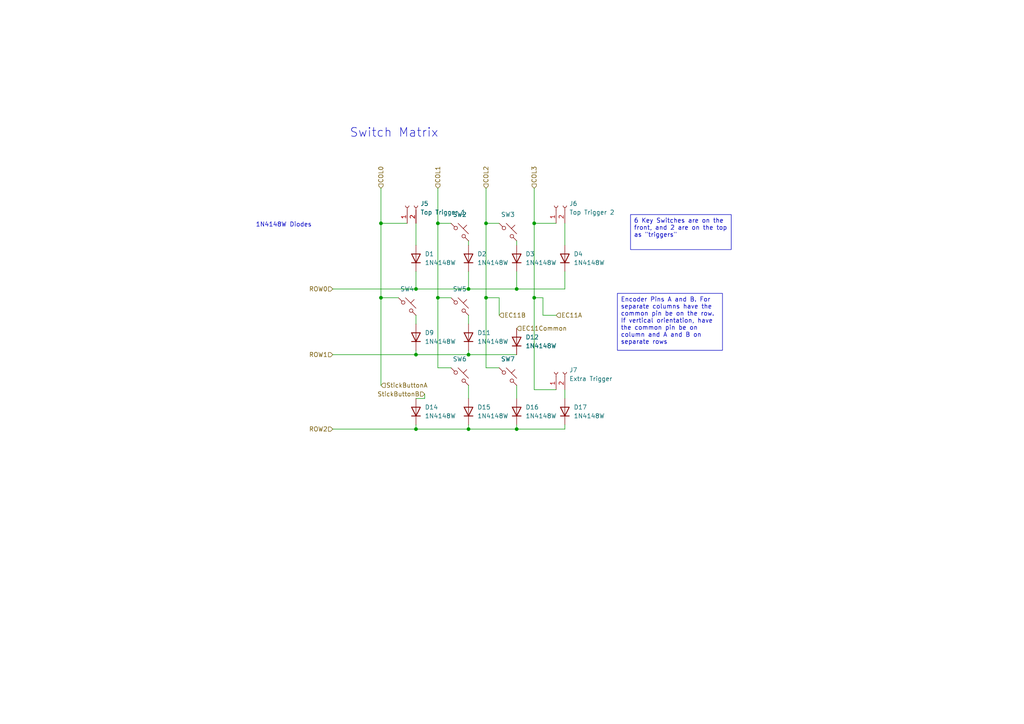
<source format=kicad_sch>
(kicad_sch (version 20231120) (generator "eeschema") (generator_version "8.0")
  (paper "A4")
  (lib_symbols
    (symbol "Connector:Conn_01x02_Socket" (pin_names (offset 1.016) hide)
      (property "Reference" "J" (at 0 2.54 0))
      (property "Value" "Conn_01x02_Socket" (at 0 -5.08 0))
      (symbol "Conn_01x02_Socket_1_1"
        (arc (start 0 -2.032) (mid -0.5058 -2.54) (end 0 -3.048) (stroke (width 0.1524)))
        (polyline (pts (xy -1.27 -2.54) (xy -0.508 -2.54)) (stroke (width 0.1524)))
        (polyline (pts (xy -1.27 0) (xy -0.508 0)) (stroke (width 0.1524)))
        (arc (start 0 0.508) (mid -0.5058 0) (end 0 -0.508) (stroke (width 0.1524)))
        (pin passive line (at -5.08 0 0) (length 3.81) (name "Pin_1") (number "1"))
        (pin passive line (at -5.08 -2.54 0) (length 3.81) (name "Pin_2") (number "2"))
      )
    )
    (symbol "Device:D" (pin_numbers hide) (pin_names (offset 1.016) hide)
      (property "Reference" "D" (at 0 2.54 0))
      (property "Value" "D" (at 0 -2.54 0))
      (symbol "D_0_1"
        (polyline (pts (xy -1.27 1.27) (xy -1.27 -1.27)) (stroke (width 0.254)))
        (polyline (pts (xy 1.27 0) (xy -1.27 0)))
        (polyline (pts (xy 1.27 1.27) (xy 1.27 -1.27) (xy -1.27 0) (xy 1.27 1.27)) (stroke (width 0.254)))
      )
      (symbol "D_1_1"
        (pin passive line (at -3.81 0 0) (length 2.54) (name "K") (number "1"))
        (pin passive line (at 3.81 0 180) (length 2.54) (name "A") (number "2"))
      )
    )
    (symbol "Switch:SW_Push_45deg" (pin_numbers hide) (pin_names (offset 1.016) hide)
      (property "Reference" "SW" (at 3.048 1.016 0))
      (property "Value" "SW_Push_45deg" (at 0 -3.81 0))
      (symbol "SW_Push_45deg_0_1"
        (circle (center -1.1684 1.1684) (radius 0.508))
        (polyline (pts (xy -0.508 2.54) (xy 2.54 -0.508)))
        (polyline (pts (xy 1.016 1.016) (xy 2.032 2.032)))
        (polyline (pts (xy -2.54 2.54) (xy -1.524 1.524) (xy -1.524 1.524)))
        (polyline (pts (xy 1.524 -1.524) (xy 2.54 -2.54) (xy 2.54 -2.54) (xy 2.54 -2.54)))
        (circle (center 1.143 -1.1938) (radius 0.508))
        (pin passive line (at -2.54 2.54 0) (length 0) (name "1") (number "1"))
        (pin passive line (at 2.54 -2.54 180) (length 0) (name "2") (number "2"))
      )
    )
  )
  (junction (at 127 64.77))
  (junction (at 140.97 64.77))
  (junction (at 120.65 102.87))
  (junction (at 149.86 83.82))
  (junction (at 110.49 86.36))
  (junction (at 135.89 124.46))
  (junction (at 135.89 102.87))
  (junction (at 127 86.36))
  (junction (at 154.94 64.77))
  (junction (at 120.65 83.82))
  (junction (at 154.94 86.36))
  (junction (at 120.65 124.46))
  (junction (at 135.89 83.82))
  (junction (at 149.86 124.46))
  (junction (at 110.49 64.77))
  (junction (at 140.97 86.36))
  (wire (pts (xy 149.86 124.46) (xy 163.83 124.46)))
  (wire (pts (xy 110.49 64.77) (xy 110.49 86.36)))
  (wire (pts (xy 149.86 78.74) (xy 149.86 83.82)))
  (wire (pts (xy 140.97 54.61) (xy 140.97 64.77)))
  (wire (pts (xy 110.49 86.36) (xy 115.57 86.36)))
  (wire (pts (xy 120.65 124.46) (xy 135.89 124.46)))
  (wire (pts (xy 135.89 91.44) (xy 135.89 93.98)))
  (wire (pts (xy 130.81 106.68) (xy 127 106.68)))
  (wire (pts (xy 120.65 101.6) (xy 120.65 102.87)))
  (wire (pts (xy 120.65 78.74) (xy 120.65 83.82)))
  (wire (pts (xy 163.83 78.74) (xy 163.83 83.82)))
  (wire (pts (xy 96.52 102.87) (xy 120.65 102.87)))
  (wire (pts (xy 120.65 64.77) (xy 120.65 71.12)))
  (wire (pts (xy 127 64.77) (xy 130.81 64.77)))
  (wire (pts (xy 157.48 86.36) (xy 157.48 91.44)))
  (wire (pts (xy 127 64.77) (xy 127 54.61)))
  (wire (pts (xy 96.52 124.46) (xy 120.65 124.46)))
  (wire (pts (xy 140.97 86.36) (xy 140.97 106.68)))
  (wire (pts (xy 154.94 54.61) (xy 154.94 64.77)))
  (wire (pts (xy 96.52 83.82) (xy 120.65 83.82)))
  (wire (pts (xy 135.89 111.76) (xy 135.89 115.57)))
  (wire (pts (xy 163.83 64.77) (xy 163.83 71.12)))
  (wire (pts (xy 163.83 115.57) (xy 163.83 113.03)))
  (wire (pts (xy 135.89 124.46) (xy 135.89 123.19)))
  (wire (pts (xy 154.94 86.36) (xy 157.48 86.36)))
  (wire (pts (xy 127 86.36) (xy 127 106.68)))
  (wire (pts (xy 120.65 102.87) (xy 135.89 102.87)))
  (wire (pts (xy 110.49 64.77) (xy 118.11 64.77)))
  (wire (pts (xy 120.65 93.98) (xy 120.65 91.44)))
  (wire (pts (xy 123.19 115.57) (xy 123.19 114.3)))
  (wire (pts (xy 154.94 86.36) (xy 154.94 113.03)))
  (wire (pts (xy 161.29 91.44) (xy 157.48 91.44)))
  (wire (pts (xy 135.89 102.87) (xy 135.89 101.6)))
  (wire (pts (xy 140.97 64.77) (xy 140.97 86.36)))
  (wire (pts (xy 149.86 102.87) (xy 135.89 102.87)))
  (wire (pts (xy 120.65 115.57) (xy 123.19 115.57)))
  (wire (pts (xy 135.89 78.74) (xy 135.89 83.82)))
  (wire (pts (xy 154.94 64.77) (xy 161.29 64.77)))
  (wire (pts (xy 120.65 83.82) (xy 135.89 83.82)))
  (wire (pts (xy 140.97 64.77) (xy 144.78 64.77)))
  (wire (pts (xy 144.78 106.68) (xy 140.97 106.68)))
  (wire (pts (xy 149.86 123.19) (xy 149.86 124.46)))
  (wire (pts (xy 135.89 83.82) (xy 149.86 83.82)))
  (wire (pts (xy 110.49 54.61) (xy 110.49 64.77)))
  (wire (pts (xy 154.94 64.77) (xy 154.94 86.36)))
  (wire (pts (xy 149.86 69.85) (xy 149.86 71.12)))
  (wire (pts (xy 144.78 86.36) (xy 144.78 91.44)))
  (wire (pts (xy 135.89 69.85) (xy 135.89 71.12)))
  (wire (pts (xy 149.86 111.76) (xy 149.86 115.57)))
  (wire (pts (xy 120.65 123.19) (xy 120.65 124.46)))
  (wire (pts (xy 110.49 86.36) (xy 110.49 111.76)))
  (wire (pts (xy 127 86.36) (xy 130.81 86.36)))
  (wire (pts (xy 149.86 83.82) (xy 163.83 83.82)))
  (wire (pts (xy 127 64.77) (xy 127 86.36)))
  (wire (pts (xy 149.86 124.46) (xy 135.89 124.46)))
  (wire (pts (xy 163.83 123.19) (xy 163.83 124.46)))
  (wire (pts (xy 154.94 113.03) (xy 161.29 113.03)))
  (wire (pts (xy 144.78 86.36) (xy 140.97 86.36)))
  (text_box "Encoder Pins A and B. For separate columns have the common pin be on the row. If vertical orientation, have the common pin be on column and A and B on separate rows" (at 179.07 85.09 0) (size 30.48 16.51) (effects (font (size 1.27 1.27)) (justify left top)))
  (text_box "6 Key Switches are on the front, and 2 are on the top as \"triggers\"" (at 182.88 62.23 0) (size 29.21 10.16) (effects (font (size 1.27 1.27)) (justify left top)))
  (text "Switch Matrix\n" (at 114.3 38.608 0) (effects (font (size 2.54 2.54))))
  (text "1N4148W Diodes" (at 82.296 65.278 0) (effects (font (size 1.27 1.27))))
  (hierarchical_label "EC11A" (shape input) (at 161.29 91.44 0))
  (hierarchical_label "StickButtonA" (shape input) (at 110.49 111.76 0))
  (hierarchical_label "EC11B" (shape input) (at 144.78 91.44 0))
  (hierarchical_label "ROW2" (shape input) (at 96.52 124.46 180))
  (hierarchical_label "StickButtonB" (shape input) (at 123.19 114.3 180))
  (hierarchical_label "COL2" (shape input) (at 140.97 54.61 90))
  (hierarchical_label "COL0" (shape input) (at 110.49 54.61 90))
  (hierarchical_label "COL3" (shape input) (at 154.94 54.61 90))
  (hierarchical_label "EC11Common" (shape input) (at 149.86 95.25 0))
  (hierarchical_label "ROW0" (shape input) (at 96.52 83.82 180))
  (hierarchical_label "COL1" (shape input) (at 127 54.61 90))
  (hierarchical_label "ROW1" (shape input) (at 96.52 102.87 180))
  (symbol (lib_id "Switch:SW_Push_45deg") (at 147.32 67.31 0) (unit 1)
    (property "Reference" "SW3" (at 147.32 62.23 0))
    (property "Value" "SW_Push_45deg" (effects (hide yes)))
    (property "Footprint" "MX_Solderable:MX-Solderable-1U" (effects (hide yes)))
    (property "Description" "Push button switch, normally open, two pins, 45° tilted" (effects (hide yes)))
  )
  (symbol (lib_id "Device:D") (at 135.89 119.38 90) (unit 1)
    (property "Reference" "D15" (at 138.43 118.1099 90) (effects (justify right)))
    (property "Value" "1N4148W" (at 138.43 120.6499 90) (effects (justify right)))
    (property "Footprint" "Diode_SMD:Nexperia_CFP3_SOD-123W" (effects (hide yes)))
    (property "Description" "Diode" (effects (hide yes)))
    (property "Sim.Device" "D" (effects (hide yes)))
    (property "Sim.Pins" "1=K 2=A" (effects (hide yes)))
  )
  (symbol (lib_id "Switch:SW_Push_45deg") (at 118.11 88.9 0) (unit 1)
    (property "Reference" "SW4" (at 118.11 83.82 0))
    (property "Value" "SW_Push_45deg" (effects (hide yes)))
    (property "Footprint" "MX_Solderable:MX-Solderable-1U" (effects (hide yes)))
    (property "Description" "Push button switch, normally open, two pins, 45° tilted" (effects (hide yes)))
  )
  (symbol (lib_id "Device:D") (at 120.65 119.38 90) (unit 1)
    (property "Reference" "D14" (at 123.19 118.1099 90) (effects (justify right)))
    (property "Value" "1N4148W" (at 123.19 120.6499 90) (effects (justify right)))
    (property "Footprint" "Diode_SMD:Nexperia_CFP3_SOD-123W" (effects (hide yes)))
    (property "Description" "Diode" (effects (hide yes)))
    (property "Sim.Device" "D" (effects (hide yes)))
    (property "Sim.Pins" "1=K 2=A" (effects (hide yes)))
  )
  (symbol (lib_id "Device:D") (at 120.65 74.93 90) (unit 1)
    (property "Reference" "D1" (at 123.19 73.6599 90) (effects (justify right)))
    (property "Value" "1N4148W" (at 123.19 76.1999 90) (effects (justify right)))
    (property "Footprint" "Diode_SMD:Nexperia_CFP3_SOD-123W" (effects (hide yes)))
    (property "Description" "Diode" (effects (hide yes)))
    (property "Sim.Device" "D" (effects (hide yes)))
    (property "Sim.Pins" "1=K 2=A" (effects (hide yes)))
  )
  (symbol (lib_id "Device:D") (at 120.65 97.79 90) (unit 1)
    (property "Reference" "D9" (at 123.19 96.5199 90) (effects (justify right)))
    (property "Value" "1N4148W" (at 123.19 99.0599 90) (effects (justify right)))
    (property "Footprint" "Diode_SMD:Nexperia_CFP3_SOD-123W" (effects (hide yes)))
    (property "Description" "Diode" (effects (hide yes)))
    (property "Sim.Device" "D" (effects (hide yes)))
    (property "Sim.Pins" "1=K 2=A" (effects (hide yes)))
  )
  (symbol (lib_id "Switch:SW_Push_45deg") (at 133.35 67.31 0) (unit 1)
    (property "Reference" "SW2" (at 133.35 62.23 0))
    (property "Value" "SW_Push_45deg" (effects (hide yes)))
    (property "Footprint" "MX_Solderable:MX-Solderable-1U" (effects (hide yes)))
    (property "Description" "Push button switch, normally open, two pins, 45° tilted" (effects (hide yes)))
  )
  (symbol (lib_id "Connector:Conn_01x02_Socket") (at 161.29 59.69 90) (unit 1)
    (property "Reference" "J6" (at 165.1 59.0549 90) (effects (justify right)))
    (property "Value" "Top Trigger 2" (at 165.1 61.5949 90) (effects (justify right)))
    (property "Footprint" "Connector_PinHeader_2.54mm:PinHeader_1x02_P2.54mm_Vertical" (effects (hide yes)))
    (property "Description" "Generic connector, single row, 01x02, script generated" (effects (hide yes)))
  )
  (symbol (lib_id "Device:D") (at 163.83 74.93 90) (unit 1)
    (property "Reference" "D4" (at 166.37 73.6599 90) (effects (justify right)))
    (property "Value" "1N4148W" (at 166.37 76.1999 90) (effects (justify right)))
    (property "Footprint" "Diode_SMD:Nexperia_CFP3_SOD-123W" (effects (hide yes)))
    (property "Description" "Diode" (effects (hide yes)))
    (property "Sim.Device" "D" (effects (hide yes)))
    (property "Sim.Pins" "1=K 2=A" (effects (hide yes)))
  )
  (symbol (lib_id "Switch:SW_Push_45deg") (at 133.35 109.22 0) (unit 1)
    (property "Reference" "SW6" (at 133.35 104.14 0))
    (property "Value" "SW_Push_45deg" (effects (hide yes)))
    (property "Footprint" "MX_Solderable:MX-Solderable-1U" (effects (hide yes)))
    (property "Description" "Push button switch, normally open, two pins, 45° tilted" (effects (hide yes)))
  )
  (symbol (lib_id "Device:D") (at 135.89 97.79 90) (unit 1)
    (property "Reference" "D11" (at 138.43 96.5199 90) (effects (justify right)))
    (property "Value" "1N4148W" (at 138.43 99.0599 90) (effects (justify right)))
    (property "Footprint" "Diode_SMD:Nexperia_CFP3_SOD-123W" (effects (hide yes)))
    (property "Description" "Diode" (effects (hide yes)))
    (property "Sim.Device" "D" (effects (hide yes)))
    (property "Sim.Pins" "1=K 2=A" (effects (hide yes)))
  )
  (symbol (lib_id "Connector:Conn_01x02_Socket") (at 161.29 107.95 90) (unit 1)
    (property "Reference" "J7" (at 165.1 107.3149 90) (effects (justify right)))
    (property "Value" "Extra Trigger" (at 165.1 109.8549 90) (effects (justify right)))
    (property "Footprint" "Connector_PinHeader_2.54mm:PinHeader_1x02_P2.54mm_Vertical" (effects (hide yes)))
    (property "Description" "Generic connector, single row, 01x02, script generated" (effects (hide yes)))
  )
  (symbol (lib_id "Device:D") (at 149.86 74.93 90) (unit 1)
    (property "Reference" "D3" (at 152.4 73.6599 90) (effects (justify right)))
    (property "Value" "1N4148W" (at 152.4 76.1999 90) (effects (justify right)))
    (property "Footprint" "Diode_SMD:Nexperia_CFP3_SOD-123W" (effects (hide yes)))
    (property "Description" "Diode" (effects (hide yes)))
    (property "Sim.Device" "D" (effects (hide yes)))
    (property "Sim.Pins" "1=K 2=A" (effects (hide yes)))
  )
  (symbol (lib_id "Device:D") (at 135.89 74.93 90) (unit 1)
    (property "Reference" "D2" (at 138.43 73.6599 90) (effects (justify right)))
    (property "Value" "1N4148W" (at 138.43 76.1999 90) (effects (justify right)))
    (property "Footprint" "Diode_SMD:Nexperia_CFP3_SOD-123W" (effects (hide yes)))
    (property "Description" "Diode" (effects (hide yes)))
    (property "Sim.Device" "D" (effects (hide yes)))
    (property "Sim.Pins" "1=K 2=A" (effects (hide yes)))
  )
  (symbol (lib_id "Device:D") (at 163.83 119.38 90) (unit 1)
    (property "Reference" "D17" (at 166.37 118.1099 90) (effects (justify right)))
    (property "Value" "1N4148W" (at 166.37 120.6499 90) (effects (justify right)))
    (property "Footprint" "Diode_SMD:Nexperia_CFP3_SOD-123W" (effects (hide yes)))
    (property "Description" "Diode" (effects (hide yes)))
    (property "Sim.Device" "D" (effects (hide yes)))
    (property "Sim.Pins" "1=K 2=A" (effects (hide yes)))
  )
  (symbol (lib_id "Switch:SW_Push_45deg") (at 147.32 109.22 0) (unit 1)
    (property "Reference" "SW7" (at 147.32 104.14 0))
    (property "Value" "SW_Push_45deg" (effects (hide yes)))
    (property "Footprint" "MX_Solderable:MX-Solderable-1U" (effects (hide yes)))
    (property "Description" "Push button switch, normally open, two pins, 45° tilted" (effects (hide yes)))
  )
  (symbol (lib_id "Switch:SW_Push_45deg") (at 133.35 88.9 0) (unit 1)
    (property "Reference" "SW5" (at 133.35 83.82 0))
    (property "Value" "SW_Push_45deg" (effects (hide yes)))
    (property "Footprint" "MX_Solderable:MX-Solderable-1U" (effects (hide yes)))
    (property "Description" "Push button switch, normally open, two pins, 45° tilted" (effects (hide yes)))
  )
  (symbol (lib_id "Device:D") (at 149.86 119.38 90) (unit 1)
    (property "Reference" "D16" (at 152.4 118.1099 90) (effects (justify right)))
    (property "Value" "1N4148W" (at 152.4 120.6499 90) (effects (justify right)))
    (property "Footprint" "Diode_SMD:Nexperia_CFP3_SOD-123W" (effects (hide yes)))
    (property "Description" "Diode" (effects (hide yes)))
    (property "Sim.Device" "D" (effects (hide yes)))
    (property "Sim.Pins" "1=K 2=A" (effects (hide yes)))
  )
  (symbol (lib_id "Device:D") (at 149.86 99.06 90) (unit 1)
    (property "Reference" "D12" (at 152.4 97.7899 90) (effects (justify right)))
    (property "Value" "1N4148W" (at 152.4 100.3299 90) (effects (justify right)))
    (property "Footprint" "Diode_SMD:Nexperia_CFP3_SOD-123W" (effects (hide yes)))
    (property "Description" "Diode" (effects (hide yes)))
    (property "Sim.Device" "D" (effects (hide yes)))
    (property "Sim.Pins" "1=K 2=A" (effects (hide yes)))
  )
  (symbol (lib_id "Connector:Conn_01x02_Socket") (at 118.11 59.69 90) (unit 1)
    (property "Reference" "J5" (at 121.92 59.0549 90) (effects (justify right)))
    (property "Value" "Top Trigger 1" (at 121.92 61.5949 90) (effects (justify right)))
    (property "Footprint" "Connector_PinHeader_2.54mm:PinHeader_1x02_P2.54mm_Vertical" (effects (hide yes)))
    (property "Description" "Generic connector, single row, 01x02, script generated" (effects (hide yes)))
  )
)
</source>
